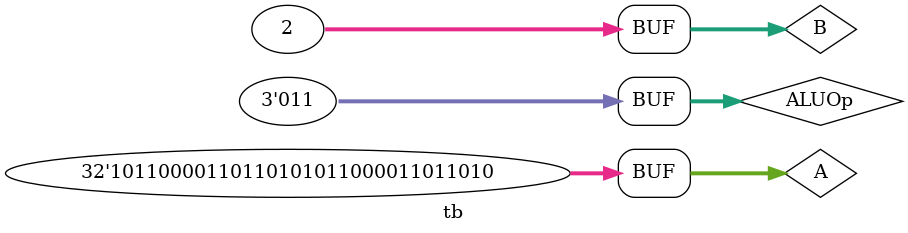
<source format=v>
`timescale 1ns / 1ps


module tb;

	// Inputs
	reg [31:0] A;
	reg [31:0] B;
	reg [2:0] ALUOp;

	// Outputs
	wire [31:0] C;

	// Instantiate the Unit Under Test (UUT)
	alu uut (
		.A(A), 
		.B(B), 
		.ALUOp(ALUOp), 
		.C(C)
	);

	initial begin
		// Initialize Inputs
		A = 32'b10110000110110101011000011011010;
		B = 2;
		ALUOp = 3'b011;

		// Wait 100 ns for global reset to finish
		#100;
        
		// Add stimulus here

	end
      
endmodule


</source>
